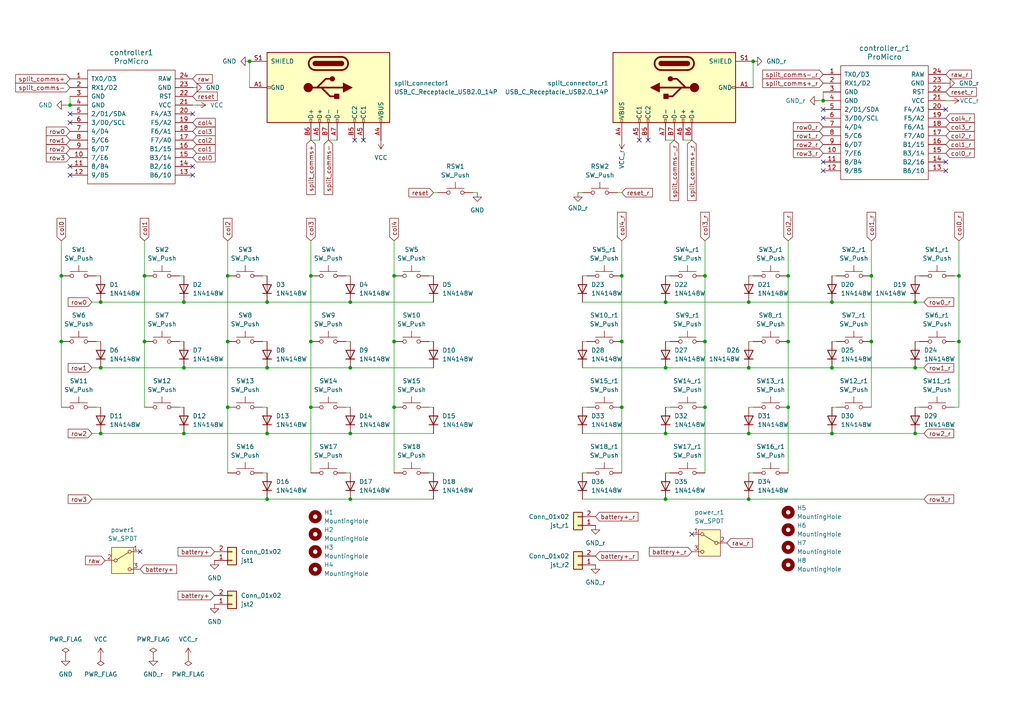
<source format=kicad_sch>
(kicad_sch (version 20250114) (generator "eeschema") (generator_version "9.0")
  (paper "A4")
  (junction (at 20.32 30.48))
  (junction (at 217.17 144.78))
  (junction (at 217.17 87.63))
  (junction (at 193.04 125.73))
  (junction (at 252.73 80.01))
  (junction (at 180.34 80.01))
  (junction (at 193.04 144.78))
  (junction (at 278.13 99.06))
  (junction (at 265.43 125.73))
  (junction (at 77.47 106.68))
  (junction (at 241.3 87.63))
  (junction (at 53.34 125.73))
  (junction (at 204.47 118.11))
  (junction (at 114.3 80.01))
  (junction (at 90.17 118.11))
  (junction (at 101.6 144.78))
  (junction (at 29.21 106.68))
  (junction (at 218.44 17.78))
  (junction (at 77.47 87.63))
  (junction (at 278.13 80.01))
  (junction (at 41.91 99.06))
  (junction (at 72.39 17.78))
  (junction (at 66.04 118.11))
  (junction (at 193.04 87.63))
  (junction (at 241.3 106.68))
  (junction (at 180.34 99.06))
  (junction (at 204.47 80.01))
  (junction (at 228.6 99.06))
  (junction (at 193.04 106.68))
  (junction (at 17.78 99.06))
  (junction (at 41.91 80.01))
  (junction (at 29.21 125.73))
  (junction (at 180.34 118.11))
  (junction (at 66.04 99.06))
  (junction (at 217.17 106.68))
  (junction (at 101.6 106.68))
  (junction (at 77.47 144.78))
  (junction (at 77.47 125.73))
  (junction (at 252.73 99.06))
  (junction (at 241.3 125.73))
  (junction (at 101.6 87.63))
  (junction (at 228.6 80.01))
  (junction (at 17.78 80.01))
  (junction (at 114.3 118.11))
  (junction (at 228.6 118.11))
  (junction (at 90.17 99.06))
  (junction (at 90.17 80.01))
  (junction (at 101.6 125.73))
  (junction (at 53.34 87.63))
  (junction (at 204.47 99.06))
  (junction (at 217.17 125.73))
  (junction (at 66.04 80.01))
  (junction (at 265.43 87.63))
  (junction (at 53.34 106.68))
  (junction (at 114.3 99.06))
  (junction (at 29.21 87.63))
  (junction (at 238.76 29.21))
  (junction (at 265.43 106.68))
  (no_connect (at 20.32 33.02))
  (no_connect (at 105.41 40.64))
  (no_connect (at 238.76 31.75))
  (no_connect (at 274.32 31.75))
  (no_connect (at 238.76 49.53))
  (no_connect (at 274.32 49.53))
  (no_connect (at 55.88 33.02))
  (no_connect (at 20.32 50.8))
  (no_connect (at 55.88 48.26))
  (no_connect (at 238.76 34.29))
  (no_connect (at 40.64 160.02))
  (no_connect (at 200.66 154.94))
  (no_connect (at 274.32 46.99))
  (no_connect (at 102.87 40.64))
  (no_connect (at 20.32 35.56))
  (no_connect (at 238.76 46.99))
  (no_connect (at 55.88 50.8))
  (no_connect (at 20.32 48.26))
  (no_connect (at 185.42 40.64))
  (no_connect (at 187.96 40.64))
  (wire (pts (xy 125.73 118.11) (xy 124.46 118.11)))
  (wire (pts (xy 66.04 80.01) (xy 66.04 99.06)))
  (wire (pts (xy 41.91 80.01) (xy 41.91 99.06)))
  (wire (pts (xy 125.73 137.16) (xy 124.46 137.16)))
  (wire (pts (xy 77.47 106.68) (xy 101.6 106.68)))
  (wire (pts (xy 217.17 106.68) (xy 193.04 106.68)))
  (wire (pts (xy 193.04 144.78) (xy 168.91 144.78)))
  (wire (pts (xy 180.34 99.06) (xy 180.34 118.11)))
  (wire (pts (xy 265.43 118.11) (xy 266.7 118.11)))
  (wire (pts (xy 125.73 99.06) (xy 124.46 99.06)))
  (wire (pts (xy 180.34 55.88) (xy 179.07 55.88)))
  (wire (pts (xy 101.6 87.63) (xy 125.73 87.63)))
  (wire (pts (xy 90.17 80.01) (xy 90.17 99.06)))
  (wire (pts (xy 53.34 87.63) (xy 77.47 87.63)))
  (wire (pts (xy 265.43 87.63) (xy 241.3 87.63)))
  (wire (pts (xy 168.91 118.11) (xy 170.18 118.11)))
  (wire (pts (xy 77.47 99.06) (xy 76.2 99.06)))
  (wire (pts (xy 278.13 99.06) (xy 276.86 99.06)))
  (wire (pts (xy 252.73 69.85) (xy 252.73 80.01)))
  (wire (pts (xy 275.59 29.21) (xy 274.32 29.21)))
  (wire (pts (xy 193.04 99.06) (xy 194.31 99.06)))
  (wire (pts (xy 101.6 118.11) (xy 100.33 118.11)))
  (wire (pts (xy 29.21 118.11) (xy 27.94 118.11)))
  (wire (pts (xy 167.64 55.88) (xy 168.91 55.88)))
  (wire (pts (xy 180.34 118.11) (xy 180.34 137.16)))
  (wire (pts (xy 267.97 144.78) (xy 217.17 144.78)))
  (wire (pts (xy 57.15 30.48) (xy 55.88 30.48)))
  (wire (pts (xy 278.13 80.01) (xy 278.13 99.06)))
  (wire (pts (xy 29.21 106.68) (xy 53.34 106.68)))
  (wire (pts (xy 278.13 69.85) (xy 278.13 80.01)))
  (wire (pts (xy 168.91 80.01) (xy 170.18 80.01)))
  (wire (pts (xy 217.17 99.06) (xy 218.44 99.06)))
  (wire (pts (xy 29.21 125.73) (xy 53.34 125.73)))
  (wire (pts (xy 204.47 69.85) (xy 204.47 80.01)))
  (wire (pts (xy 90.17 99.06) (xy 90.17 118.11)))
  (wire (pts (xy 53.34 80.01) (xy 52.07 80.01)))
  (wire (pts (xy 278.13 80.01) (xy 276.86 80.01)))
  (wire (pts (xy 125.73 55.88) (xy 127 55.88)))
  (wire (pts (xy 278.13 99.06) (xy 278.13 118.11)))
  (wire (pts (xy 26.67 144.78) (xy 77.47 144.78)))
  (wire (pts (xy 195.58 40.64) (xy 193.04 40.64)))
  (wire (pts (xy 267.97 87.63) (xy 265.43 87.63)))
  (wire (pts (xy 77.47 137.16) (xy 76.2 137.16)))
  (wire (pts (xy 29.21 87.63) (xy 53.34 87.63)))
  (wire (pts (xy 19.05 30.48) (xy 20.32 30.48)))
  (wire (pts (xy 41.91 69.85) (xy 41.91 80.01)))
  (wire (pts (xy 193.04 137.16) (xy 194.31 137.16)))
  (wire (pts (xy 101.6 137.16) (xy 100.33 137.16)))
  (wire (pts (xy 217.17 125.73) (xy 193.04 125.73)))
  (wire (pts (xy 29.21 99.06) (xy 27.94 99.06)))
  (wire (pts (xy 278.13 118.11) (xy 276.86 118.11)))
  (wire (pts (xy 265.43 106.68) (xy 241.3 106.68)))
  (wire (pts (xy 53.34 125.73) (xy 77.47 125.73)))
  (wire (pts (xy 66.04 99.06) (xy 66.04 118.11)))
  (wire (pts (xy 168.91 99.06) (xy 170.18 99.06)))
  (wire (pts (xy 101.6 144.78) (xy 125.73 144.78)))
  (wire (pts (xy 193.04 87.63) (xy 168.91 87.63)))
  (wire (pts (xy 66.04 69.85) (xy 66.04 80.01)))
  (wire (pts (xy 204.47 80.01) (xy 204.47 99.06)))
  (wire (pts (xy 53.34 118.11) (xy 52.07 118.11)))
  (wire (pts (xy 77.47 144.78) (xy 101.6 144.78)))
  (wire (pts (xy 41.91 99.06) (xy 41.91 118.11)))
  (wire (pts (xy 53.34 99.06) (xy 52.07 99.06)))
  (wire (pts (xy 114.3 80.01) (xy 114.3 99.06)))
  (wire (pts (xy 241.3 118.11) (xy 242.57 118.11)))
  (wire (pts (xy 90.17 118.11) (xy 90.17 137.16)))
  (wire (pts (xy 241.3 125.73) (xy 217.17 125.73)))
  (wire (pts (xy 252.73 99.06) (xy 252.73 118.11)))
  (wire (pts (xy 95.25 40.64) (xy 97.79 40.64)))
  (wire (pts (xy 77.47 125.73) (xy 101.6 125.73)))
  (wire (pts (xy 217.17 137.16) (xy 218.44 137.16)))
  (wire (pts (xy 77.47 87.63) (xy 101.6 87.63)))
  (wire (pts (xy 66.04 118.11) (xy 66.04 137.16)))
  (wire (pts (xy 26.67 125.73) (xy 29.21 125.73)))
  (wire (pts (xy 267.97 106.68) (xy 265.43 106.68)))
  (wire (pts (xy 228.6 99.06) (xy 228.6 118.11)))
  (wire (pts (xy 218.44 17.78) (xy 218.44 25.4)))
  (wire (pts (xy 241.3 106.68) (xy 217.17 106.68)))
  (wire (pts (xy 238.76 26.67) (xy 238.76 29.21)))
  (wire (pts (xy 217.17 144.78) (xy 193.04 144.78)))
  (wire (pts (xy 252.73 80.01) (xy 252.73 99.06)))
  (wire (pts (xy 228.6 69.85) (xy 228.6 80.01)))
  (wire (pts (xy 17.78 99.06) (xy 17.78 118.11)))
  (wire (pts (xy 168.91 137.16) (xy 170.18 137.16)))
  (wire (pts (xy 265.43 125.73) (xy 241.3 125.73)))
  (wire (pts (xy 193.04 118.11) (xy 194.31 118.11)))
  (wire (pts (xy 193.04 80.01) (xy 194.31 80.01)))
  (wire (pts (xy 20.32 27.94) (xy 20.32 30.48)))
  (wire (pts (xy 125.73 80.01) (xy 124.46 80.01)))
  (wire (pts (xy 101.6 99.06) (xy 100.33 99.06)))
  (wire (pts (xy 26.67 106.68) (xy 29.21 106.68)))
  (wire (pts (xy 114.3 69.85) (xy 114.3 80.01)))
  (wire (pts (xy 193.04 125.73) (xy 168.91 125.73)))
  (wire (pts (xy 101.6 125.73) (xy 125.73 125.73)))
  (wire (pts (xy 17.78 69.85) (xy 17.78 80.01)))
  (wire (pts (xy 267.97 125.73) (xy 265.43 125.73)))
  (wire (pts (xy 17.78 80.01) (xy 17.78 99.06)))
  (wire (pts (xy 29.21 80.01) (xy 27.94 80.01)))
  (wire (pts (xy 180.34 69.85) (xy 180.34 80.01)))
  (wire (pts (xy 180.34 80.01) (xy 180.34 99.06)))
  (wire (pts (xy 241.3 87.63) (xy 217.17 87.63)))
  (wire (pts (xy 77.47 80.01) (xy 76.2 80.01)))
  (wire (pts (xy 204.47 118.11) (xy 204.47 137.16)))
  (wire (pts (xy 90.17 40.64) (xy 92.71 40.64)))
  (wire (pts (xy 53.34 106.68) (xy 77.47 106.68)))
  (wire (pts (xy 26.67 87.63) (xy 29.21 87.63)))
  (wire (pts (xy 72.39 17.78) (xy 72.39 25.4)))
  (wire (pts (xy 101.6 80.01) (xy 100.33 80.01)))
  (wire (pts (xy 217.17 80.01) (xy 218.44 80.01)))
  (wire (pts (xy 77.47 118.11) (xy 76.2 118.11)))
  (wire (pts (xy 200.66 40.64) (xy 198.12 40.64)))
  (wire (pts (xy 228.6 80.01) (xy 228.6 99.06)))
  (wire (pts (xy 217.17 118.11) (xy 218.44 118.11)))
  (wire (pts (xy 265.43 99.06) (xy 266.7 99.06)))
  (wire (pts (xy 265.43 80.01) (xy 266.7 80.01)))
  (wire (pts (xy 204.47 99.06) (xy 204.47 118.11)))
  (wire (pts (xy 101.6 106.68) (xy 125.73 106.68)))
  (wire (pts (xy 114.3 99.06) (xy 114.3 118.11)))
  (wire (pts (xy 193.04 106.68) (xy 168.91 106.68)))
  (wire (pts (xy 114.3 118.11) (xy 114.3 137.16)))
  (wire (pts (xy 228.6 118.11) (xy 228.6 137.16)))
  (wire (pts (xy 237.49 29.21) (xy 238.76 29.21)))
  (wire (pts (xy 241.3 80.01) (xy 242.57 80.01)))
  (wire (pts (xy 217.17 87.63) (xy 193.04 87.63)))
  (wire (pts (xy 138.43 55.88) (xy 137.16 55.88)))
  (wire (pts (xy 90.17 69.85) (xy 90.17 80.01)))
  (wire (pts (xy 241.3 99.06) (xy 242.57 99.06)))
  (global_label "row0_r" (shape input) (at 238.76 36.83 180) (property "Intersheetrefs" "${INTERSHEET_REFS}" (effects (hide yes))))
  (global_label "reset_r" (shape input) (at 180.34 55.88 0) (property "Intersheetrefs" "${INTERSHEET_REFS}" (effects (hide yes))))
  (global_label "col2" (shape input) (at 55.88 40.64 0) (property "Intersheetrefs" "${INTERSHEET_REFS}" (effects (hide yes))))
  (global_label "col0" (shape input) (at 55.88 45.72 0) (property "Intersheetrefs" "${INTERSHEET_REFS}" (effects (hide yes))))
  (global_label "col1" (shape input) (at 41.91 69.85 90) (property "Intersheetrefs" "${INTERSHEET_REFS}" (effects (hide yes))))
  (global_label "split_comms-" (shape input) (at 95.25 40.64 270) (property "Intersheetrefs" "${INTERSHEET_REFS}" (effects (hide yes))))
  (global_label "col3" (shape input) (at 55.88 38.1 0) (property "Intersheetrefs" "${INTERSHEET_REFS}" (effects (hide yes))))
  (global_label "col0_r" (shape input) (at 278.13 69.85 90) (property "Intersheetrefs" "${INTERSHEET_REFS}" (effects (hide yes))))
  (global_label "battery+_r" (shape input) (at 172.72 149.86 0) (property "Intersheetrefs" "${INTERSHEET_REFS}" (effects (hide yes))))
  (global_label "row3_r" (shape input) (at 238.76 44.45 180) (property "Intersheetrefs" "${INTERSHEET_REFS}" (effects (hide yes))))
  (global_label "raw" (shape input) (at 30.48 162.56 180) (property "Intersheetrefs" "${INTERSHEET_REFS}" (effects (hide yes))))
  (global_label "split_comms+" (shape input) (at 20.32 22.86 180) (property "Intersheetrefs" "${INTERSHEET_REFS}" (effects (hide yes))))
  (global_label "row1_r" (shape input) (at 238.76 39.37 180) (property "Intersheetrefs" "${INTERSHEET_REFS}" (effects (hide yes))))
  (global_label "col0" (shape input) (at 17.78 69.85 90) (property "Intersheetrefs" "${INTERSHEET_REFS}" (effects (hide yes))))
  (global_label "col2_r" (shape input) (at 274.32 39.37 0) (property "Intersheetrefs" "${INTERSHEET_REFS}" (effects (hide yes))))
  (global_label "col2_r" (shape input) (at 228.6 69.85 90) (property "Intersheetrefs" "${INTERSHEET_REFS}" (effects (hide yes))))
  (global_label "battery+_r" (shape input) (at 172.72 161.29 0) (property "Intersheetrefs" "${INTERSHEET_REFS}" (effects (hide yes))))
  (global_label "col3_r" (shape input) (at 204.47 69.85 90) (property "Intersheetrefs" "${INTERSHEET_REFS}" (effects (hide yes))))
  (global_label "split_comms+_r" (shape input) (at 238.76 24.13 180) (property "Intersheetrefs" "${INTERSHEET_REFS}" (effects (hide yes))))
  (global_label "row0" (shape input) (at 20.32 38.1 180) (property "Intersheetrefs" "${INTERSHEET_REFS}" (effects (hide yes))))
  (global_label "col4" (shape input) (at 114.3 69.85 90) (property "Intersheetrefs" "${INTERSHEET_REFS}" (effects (hide yes))))
  (global_label "row2" (shape input) (at 26.67 125.73 180) (property "Intersheetrefs" "${INTERSHEET_REFS}" (effects (hide yes))))
  (global_label "row3_r" (shape input) (at 267.97 144.78 0) (property "Intersheetrefs" "${INTERSHEET_REFS}" (effects (hide yes))))
  (global_label "reset" (shape input) (at 55.88 27.94 0) (property "Intersheetrefs" "${INTERSHEET_REFS}" (effects (hide yes))))
  (global_label "reset_r" (shape input) (at 274.32 26.67 0) (property "Intersheetrefs" "${INTERSHEET_REFS}" (effects (hide yes))))
  (global_label "row0" (shape input) (at 26.67 87.63 180) (property "Intersheetrefs" "${INTERSHEET_REFS}" (effects (hide yes))))
  (global_label "col1" (shape input) (at 55.88 43.18 0) (property "Intersheetrefs" "${INTERSHEET_REFS}" (effects (hide yes))))
  (global_label "battery+_r" (shape input) (at 200.66 160.02 180) (property "Intersheetrefs" "${INTERSHEET_REFS}" (effects (hide yes))))
  (global_label "row2_r" (shape input) (at 267.97 125.73 0) (property "Intersheetrefs" "${INTERSHEET_REFS}" (effects (hide yes))))
  (global_label "raw_r" (shape input) (at 210.82 157.48 0) (property "Intersheetrefs" "${INTERSHEET_REFS}" (effects (hide yes))))
  (global_label "col0_r" (shape input) (at 274.32 44.45 0) (property "Intersheetrefs" "${INTERSHEET_REFS}" (effects (hide yes))))
  (global_label "split_comms+" (shape input) (at 90.17 40.64 270) (property "Intersheetrefs" "${INTERSHEET_REFS}" (effects (hide yes))))
  (global_label "row2_r" (shape input) (at 238.76 41.91 180) (property "Intersheetrefs" "${INTERSHEET_REFS}" (effects (hide yes))))
  (global_label "split_comms-" (shape input) (at 20.32 25.4 180) (property "Intersheetrefs" "${INTERSHEET_REFS}" (effects (hide yes))))
  (global_label "col2" (shape input) (at 66.04 69.85 90) (property "Intersheetrefs" "${INTERSHEET_REFS}" (effects (hide yes))))
  (global_label "row3" (shape input) (at 20.32 45.72 180) (property "Intersheetrefs" "${INTERSHEET_REFS}" (effects (hide yes))))
  (global_label "col4_r" (shape input) (at 180.34 69.85 90) (property "Intersheetrefs" "${INTERSHEET_REFS}" (effects (hide yes))))
  (global_label "col3" (shape input) (at 90.17 69.85 90) (property "Intersheetrefs" "${INTERSHEET_REFS}" (effects (hide yes))))
  (global_label "col1_r" (shape input) (at 274.32 41.91 0) (property "Intersheetrefs" "${INTERSHEET_REFS}" (effects (hide yes))))
  (global_label "split_comms-_r" (shape input) (at 195.58 40.64 270) (property "Intersheetrefs" "${INTERSHEET_REFS}" (effects (hide yes))))
  (global_label "battery+" (shape input) (at 62.23 172.72 180) (property "Intersheetrefs" "${INTERSHEET_REFS}" (effects (hide yes))))
  (global_label "split_comms-_r" (shape input) (at 238.76 21.59 180) (property "Intersheetrefs" "${INTERSHEET_REFS}" (effects (hide yes))))
  (global_label "row1_r" (shape input) (at 267.97 106.68 0) (property "Intersheetrefs" "${INTERSHEET_REFS}" (effects (hide yes))))
  (global_label "row2" (shape input) (at 20.32 43.18 180) (property "Intersheetrefs" "${INTERSHEET_REFS}" (effects (hide yes))))
  (global_label "reset" (shape input) (at 125.73 55.88 180) (property "Intersheetrefs" "${INTERSHEET_REFS}" (effects (hide yes))))
  (global_label "raw" (shape input) (at 55.88 22.86 0) (property "Intersheetrefs" "${INTERSHEET_REFS}" (effects (hide yes))))
  (global_label "col4_r" (shape input) (at 274.32 34.29 0) (property "Intersheetrefs" "${INTERSHEET_REFS}" (effects (hide yes))))
  (global_label "battery+" (shape input) (at 40.64 165.1 0) (property "Intersheetrefs" "${INTERSHEET_REFS}" (effects (hide yes))))
  (global_label "split_comms+_r" (shape input) (at 200.66 40.64 270) (property "Intersheetrefs" "${INTERSHEET_REFS}" (effects (hide yes))))
  (global_label "col4" (shape input) (at 55.88 35.56 0) (property "Intersheetrefs" "${INTERSHEET_REFS}" (effects (hide yes))))
  (global_label "raw_r" (shape input) (at 274.32 21.59 0) (property "Intersheetrefs" "${INTERSHEET_REFS}" (effects (hide yes))))
  (global_label "battery+" (shape input) (at 62.23 160.02 180) (property "Intersheetrefs" "${INTERSHEET_REFS}" (effects (hide yes))))
  (global_label "row1" (shape input) (at 26.67 106.68 180) (property "Intersheetrefs" "${INTERSHEET_REFS}" (effects (hide yes))))
  (global_label "col1_r" (shape input) (at 252.73 69.85 90) (property "Intersheetrefs" "${INTERSHEET_REFS}" (effects (hide yes))))
  (global_label "row3" (shape input) (at 26.67 144.78 180) (property "Intersheetrefs" "${INTERSHEET_REFS}" (effects (hide yes))))
  (global_label "row0_r" (shape input) (at 267.97 87.63 0) (property "Intersheetrefs" "${INTERSHEET_REFS}" (effects (hide yes))))
  (global_label "row1" (shape input) (at 20.32 40.64 180) (property "Intersheetrefs" "${INTERSHEET_REFS}" (effects (hide yes))))
  (global_label "col3_r" (shape input) (at 274.32 36.83 0) (property "Intersheetrefs" "${INTERSHEET_REFS}" (effects (hide yes))))
  (symbol (lib_id "Switch:SW_Push") (at 95.25 99.06 0) (unit 1)
    (property "Reference" "SW9" (at 95.25 91.44 0))
    (property "Value" "SW_Push" (at 95.25 93.98 0))
    (property "Footprint" "Gateron_KS33_Hotswap:Gateron-KS33-Hotswap-1U" (effects (hide yes)))
    (property "Description" "Push button switch, generic, two pins" (effects (hide yes)))
  )
  (symbol (lib_id "Switch:SW_Push") (at 22.86 99.06 0) (unit 1)
    (property "Reference" "SW6" (at 22.86 91.44 0))
    (property "Value" "SW_Push" (at 22.86 93.98 0))
    (property "Footprint" "Gateron_KS33_Hotswap:Gateron-KS33-Hotswap-1U" (effects (hide yes)))
    (property "Description" "Push button switch, generic, two pins" (effects (hide yes)))
  )
  (symbol (lib_id "Switch:SW_Push") (at 271.78 118.11 0) (mirror y) (unit 1)
    (property "Reference" "SW11_r1" (at 271.78 110.49 0))
    (property "Value" "SW_Push" (at 271.78 113.03 0))
    (property "Footprint" "Gateron_KS33_Hotswap:Gateron-KS33-Hotswap-1U" (effects (hide yes)))
    (property "Description" "Push button switch, generic, two pins" (effects (hide yes)))
  )
  (symbol (lib_id "power:GND") (at 44.45 190.5 0) (unit 1)
    (property "Reference" "#PWR03" (effects (hide yes)))
    (property "Value" "GND_r" (at 44.45 195.58 0))
    (property "Description" "Power symbol creates a global label with name \"GND\" , ground" (effects (hide yes)))
  )
  (symbol (lib_id "Switch:SW_Push") (at 46.99 99.06 0) (unit 1)
    (property "Reference" "SW7" (at 46.99 91.44 0))
    (property "Value" "SW_Push" (at 46.99 93.98 0))
    (property "Footprint" "Gateron_KS33_Hotswap:Gateron-KS33-Hotswap-1U" (effects (hide yes)))
    (property "Description" "Push button switch, generic, two pins" (effects (hide yes)))
  )
  (symbol (lib_id "Connector_Generic:Conn_01x02") (at 167.64 152.4 180) (unit 1)
    (property "Reference" "jst_r1" (at 165.1 152.4001 0) (effects (justify left)))
    (property "Value" "Conn_01x02" (at 165.1 149.8601 0) (effects (justify left)))
    (property "Footprint" "project:2-pin-jst" (effects (hide yes)))
    (property "Description" "Generic connector, single row, 01x02, script generated (kicad-library-utils/schlib/autogen/connector/)" (effects (hide yes)))
  )
  (symbol (lib_id "Diode:1N4148W") (at 77.47 140.97 90) (unit 1)
    (property "Reference" "D16" (at 80.01 139.6999 90) (effects (justify right)))
    (property "Value" "1N4148W" (at 80.01 142.2399 90) (effects (justify right)))
    (property "Footprint" "Diode_SMD:D_SOD-123" (effects (hide yes)))
    (property "Datasheet" "https://www.vishay.com/docs/85748/1n4148w.pdf" (effects (hide yes)))
    (property "Description" "75V 0.15A Fast Switching Diode, SOD-123" (effects (hide yes)))
    (property "Sim.Device" "D" (effects (hide yes)))
    (property "Sim.Pins" "1=K 2=A" (effects (hide yes)))
  )
  (symbol (lib_id "power:GND") (at 62.23 162.56 0) (unit 1)
    (property "Reference" "#PWR015" (effects (hide yes)))
    (property "Value" "GND" (at 62.23 167.64 0))
    (property "Description" "Power symbol creates a global label with name \"GND\" , ground" (effects (hide yes)))
  )
  (symbol (lib_id "power:PWR_FLAG") (at 29.21 190.5 180) (unit 1)
    (property "Reference" "#FLG02" (effects (hide yes)))
    (property "Value" "PWR_FLAG" (at 29.21 195.58 0))
    (property "Description" "Special symbol for telling ERC where power comes from" (effects (hide yes)))
  )
  (symbol (lib_id "power:GND") (at 72.39 17.78 270) (mirror x) (unit 1)
    (property "Reference" "#PWR05" (effects (hide yes)))
    (property "Value" "GND" (at 68.58 17.7801 90) (effects (justify right)))
    (property "Description" "Power symbol creates a global label with name \"GND\" , ground" (effects (hide yes)))
  )
  (symbol (lib_id "Diode:1N4148W") (at 265.43 121.92 270) (mirror x) (unit 1)
    (property "Reference" "D29" (at 267.97 120.6499 90) (effects (justify left)))
    (property "Value" "1N4148W" (at 267.97 123.1899 90) (effects (justify left)))
    (property "Footprint" "Diode_SMD:D_SOD-123" (effects (hide yes)))
    (property "Datasheet" "https://www.vishay.com/docs/85748/1n4148w.pdf" (effects (hide yes)))
    (property "Description" "75V 0.15A Fast Switching Diode, SOD-123" (effects (hide yes)))
    (property "Sim.Device" "D" (effects (hide yes)))
    (property "Sim.Pins" "1=K 2=A" (effects (hide yes)))
  )
  (symbol (lib_id "Diode:1N4148W") (at 168.91 102.87 270) (mirror x) (unit 1)
    (property "Reference" "D28" (at 171.45 101.5999 90) (effects (justify left)))
    (property "Value" "1N4148W" (at 171.45 104.1399 90) (effects (justify left)))
    (property "Footprint" "Diode_SMD:D_SOD-123" (effects (hide yes)))
    (property "Datasheet" "https://www.vishay.com/docs/85748/1n4148w.pdf" (effects (hide yes)))
    (property "Description" "75V 0.15A Fast Switching Diode, SOD-123" (effects (hide yes)))
    (property "Sim.Device" "D" (effects (hide yes)))
    (property "Sim.Pins" "1=K 2=A" (effects (hide yes)))
  )
  (symbol (lib_id "power:GND") (at 19.05 30.48 270) (unit 1)
    (property "Reference" "#PWR012" (effects (hide yes)))
    (property "Value" "GND" (at 15.24 30.4799 90) (effects (justify right)))
    (property "Description" "Power symbol creates a global label with name \"GND\" , ground" (effects (hide yes)))
  )
  (symbol (lib_id "Switch:SW_Push") (at 199.39 137.16 0) (mirror y) (unit 1)
    (property "Reference" "SW17_r1" (at 199.39 129.54 0))
    (property "Value" "SW_Push" (at 199.39 132.08 0))
    (property "Footprint" "Gateron_KS33_Hotswap:Gateron-KS33-Hotswap-1U" (effects (hide yes)))
    (property "Description" "Push button switch, generic, two pins" (effects (hide yes)))
  )
  (symbol (lib_id "Diode:1N4148W") (at 125.73 102.87 90) (unit 1)
    (property "Reference" "D10" (at 128.27 101.5999 90) (effects (justify right)))
    (property "Value" "1N4148W" (at 128.27 104.1399 90) (effects (justify right)))
    (property "Footprint" "Diode_SMD:D_SOD-123" (effects (hide yes)))
    (property "Datasheet" "https://www.vishay.com/docs/85748/1n4148w.pdf" (effects (hide yes)))
    (property "Description" "75V 0.15A Fast Switching Diode, SOD-123" (effects (hide yes)))
    (property "Sim.Device" "D" (effects (hide yes)))
    (property "Sim.Pins" "1=K 2=A" (effects (hide yes)))
  )
  (symbol (lib_id "Connector:USB_C_Receptacle_USB2.0_14P") (at 95.25 25.4 270) (unit 1)
    (property "Reference" "split_connector1" (at 114.3 24.1299 90) (effects (justify left)))
    (property "Value" "USB_C_Receptacle_USB2.0_14P" (at 114.3 26.6699 90) (effects (justify left)))
    (property "Footprint" "Connector_USB:USB_C_Receptacle_GCT_USB4105-xx-A_16P_TopMnt_Horizontal" (effects (hide yes)))
    (property "Datasheet" "https://www.usb.org/sites/default/files/documents/usb_type-c.zip" (effects (hide yes)))
    (property "Description" "USB 2.0-only 14P Type-C Receptacle connector" (effects (hide yes)))
  )
  (symbol (lib_id "Diode:1N4148W") (at 125.73 83.82 90) (unit 1)
    (property "Reference" "D5" (at 128.27 82.5499 90) (effects (justify right)))
    (property "Value" "1N4148W" (at 128.27 85.0899 90) (effects (justify right)))
    (property "Footprint" "Diode_SMD:D_SOD-123" (effects (hide yes)))
    (property "Datasheet" "https://www.vishay.com/docs/85748/1n4148w.pdf" (effects (hide yes)))
    (property "Description" "75V 0.15A Fast Switching Diode, SOD-123" (effects (hide yes)))
    (property "Sim.Device" "D" (effects (hide yes)))
    (property "Sim.Pins" "1=K 2=A" (effects (hide yes)))
  )
  (symbol (lib_id "Diode:1N4148W") (at 217.17 102.87 270) (mirror x) (unit 1)
    (property "Reference" "D26" (at 214.63 101.5999 90) (effects (justify right)))
    (property "Value" "1N4148W" (at 214.63 104.1399 90) (effects (justify right)))
    (property "Footprint" "Diode_SMD:D_SOD-123" (effects (hide yes)))
    (property "Datasheet" "https://www.vishay.com/docs/85748/1n4148w.pdf" (effects (hide yes)))
    (property "Description" "75V 0.15A Fast Switching Diode, SOD-123" (effects (hide yes)))
    (property "Sim.Device" "D" (effects (hide yes)))
    (property "Sim.Pins" "1=K 2=A" (effects (hide yes)))
  )
  (symbol (lib_id "Mechanical:MountingHole") (at 91.44 154.94 0) (unit 1) (in_bom no)
    (property "Reference" "H2" (at 93.98 153.6699 0) (effects (justify left)))
    (property "Value" "MountingHole" (at 93.98 156.2099 0) (effects (justify left)))
    (property "Footprint" "MountingHole:MountingHole_3.2mm_M3" (effects (hide yes)))
    (property "Description" "Mounting Hole without connection" (effects (hide yes)))
  )
  (symbol (lib_id "power:GND") (at 274.32 24.13 90) (mirror x) (unit 1)
    (property "Reference" "#PWR020" (effects (hide yes)))
    (property "Value" "GND_r" (at 278.13 24.1299 90) (effects (justify right)))
    (property "Description" "Power symbol creates a global label with name \"GND\" , ground" (effects (hide yes)))
  )
  (symbol (lib_id "Mechanical:MountingHole") (at 228.6 158.75 0) (unit 1) (in_bom no)
    (property "Reference" "H7" (at 231.14 157.4799 0) (effects (justify left)))
    (property "Value" "MountingHole" (at 231.14 160.0199 0) (effects (justify left)))
    (property "Footprint" "MountingHole:MountingHole_3.2mm_M3" (effects (hide yes)))
    (property "Description" "Mounting Hole without connection" (effects (hide yes)))
  )
  (symbol (lib_id "Switch:SW_Push") (at 247.65 80.01 0) (mirror y) (unit 1)
    (property "Reference" "SW2_r1" (at 247.65 72.39 0))
    (property "Value" "SW_Push" (at 247.65 74.93 0))
    (property "Footprint" "Gateron_KS33_Hotswap:Gateron-KS33-Hotswap-1U" (effects (hide yes)))
    (property "Description" "Push button switch, generic, two pins" (effects (hide yes)))
  )
  (symbol (lib_id "Diode:1N4148W") (at 29.21 121.92 90) (unit 1)
    (property "Reference" "D11" (at 31.75 120.6499 90) (effects (justify right)))
    (property "Value" "1N4148W" (at 31.75 123.1899 90) (effects (justify right)))
    (property "Footprint" "Diode_SMD:D_SOD-123" (effects (hide yes)))
    (property "Datasheet" "https://www.vishay.com/docs/85748/1n4148w.pdf" (effects (hide yes)))
    (property "Description" "75V 0.15A Fast Switching Diode, SOD-123" (effects (hide yes)))
    (property "Sim.Device" "D" (effects (hide yes)))
    (property "Sim.Pins" "1=K 2=A" (effects (hide yes)))
  )
  (symbol (lib_id "power:VCC") (at 57.15 30.48 270) (unit 1)
    (property "Reference" "#PWR011" (effects (hide yes)))
    (property "Value" "VCC" (at 60.96 30.4799 90) (effects (justify left)))
    (property "Description" "Power symbol creates a global label with name \"VCC\"" (effects (hide yes)))
  )
  (symbol (lib_id "Switch:SW_Push") (at 119.38 137.16 0) (unit 1)
    (property "Reference" "SW18" (at 119.38 129.54 0))
    (property "Value" "SW_Push" (at 119.38 132.08 0))
    (property "Footprint" "Gateron_KS33_Hotswap:Gateron-KS33-Hotswap-1U" (effects (hide yes)))
    (property "Description" "Push button switch, generic, two pins" (effects (hide yes)))
  )
  (symbol (lib_id "Switch:SW_Push") (at 22.86 118.11 0) (unit 1)
    (property "Reference" "SW11" (at 22.86 110.49 0))
    (property "Value" "SW_Push" (at 22.86 113.03 0))
    (property "Footprint" "Gateron_KS33_Hotswap:Gateron-KS33-Hotswap-1U" (effects (hide yes)))
    (property "Description" "Push button switch, generic, two pins" (effects (hide yes)))
  )
  (symbol (lib_id "power:GND") (at 138.43 55.88 0) (unit 1)
    (property "Reference" "#PWR07" (effects (hide yes)))
    (property "Value" "GND" (at 138.43 60.96 0))
    (property "Description" "Power symbol creates a global label with name \"GND\" , ground" (effects (hide yes)))
  )
  (symbol (lib_id "Diode:1N4148W") (at 193.04 83.82 270) (mirror x) (unit 1)
    (property "Reference" "D22" (at 195.58 82.5499 90) (effects (justify left)))
    (property "Value" "1N4148W" (at 195.58 85.0899 90) (effects (justify left)))
    (property "Footprint" "Diode_SMD:D_SOD-123" (effects (hide yes)))
    (property "Datasheet" "https://www.vishay.com/docs/85748/1n4148w.pdf" (effects (hide yes)))
    (property "Description" "75V 0.15A Fast Switching Diode, SOD-123" (effects (hide yes)))
    (property "Sim.Device" "D" (effects (hide yes)))
    (property "Sim.Pins" "1=K 2=A" (effects (hide yes)))
  )
  (symbol (lib_id "Switch:SW_Push") (at 132.08 55.88 0) (unit 1)
    (property "Reference" "RSW1" (at 132.08 48.26 0))
    (property "Value" "SW_Push" (at 132.08 50.8 0))
    (property "Footprint" "kbd:ResetSW" (effects (hide yes)))
    (property "Description" "Push button switch, generic, two pins" (effects (hide yes)))
  )
  (symbol (lib_id "Diode:1N4148W") (at 29.21 102.87 90) (unit 1)
    (property "Reference" "D6" (at 31.75 101.5999 90) (effects (justify right)))
    (property "Value" "1N4148W" (at 31.75 104.1399 90) (effects (justify right)))
    (property "Footprint" "Diode_SMD:D_SOD-123" (effects (hide yes)))
    (property "Datasheet" "https://www.vishay.com/docs/85748/1n4148w.pdf" (effects (hide yes)))
    (property "Description" "75V 0.15A Fast Switching Diode, SOD-123" (effects (hide yes)))
    (property "Sim.Device" "D" (effects (hide yes)))
    (property "Sim.Pins" "1=K 2=A" (effects (hide yes)))
  )
  (symbol (lib_id "Diode:1N4148W") (at 53.34 102.87 90) (unit 1)
    (property "Reference" "D7" (at 55.88 101.5999 90) (effects (justify right)))
    (property "Value" "1N4148W" (at 55.88 104.1399 90) (effects (justify right)))
    (property "Footprint" "Diode_SMD:D_SOD-123" (effects (hide yes)))
    (property "Datasheet" "https://www.vishay.com/docs/85748/1n4148w.pdf" (effects (hide yes)))
    (property "Description" "75V 0.15A Fast Switching Diode, SOD-123" (effects (hide yes)))
    (property "Sim.Device" "D" (effects (hide yes)))
    (property "Sim.Pins" "1=K 2=A" (effects (hide yes)))
  )
  (symbol (lib_id "Diode:1N4148W") (at 241.3 102.87 270) (mirror x) (unit 1)
    (property "Reference" "D25" (at 243.84 101.5999 90) (effects (justify left)))
    (property "Value" "1N4148W" (at 243.84 104.1399 90) (effects (justify left)))
    (property "Footprint" "Diode_SMD:D_SOD-123" (effects (hide yes)))
    (property "Datasheet" "https://www.vishay.com/docs/85748/1n4148w.pdf" (effects (hide yes)))
    (property "Description" "75V 0.15A Fast Switching Diode, SOD-123" (effects (hide yes)))
    (property "Sim.Device" "D" (effects (hide yes)))
    (property "Sim.Pins" "1=K 2=A" (effects (hide yes)))
  )
  (symbol (lib_id "Switch:SW_Push") (at 175.26 137.16 0) (mirror y) (unit 1)
    (property "Reference" "SW18_r1" (at 175.26 129.54 0))
    (property "Value" "SW_Push" (at 175.26 132.08 0))
    (property "Footprint" "Gateron_KS33_Hotswap:Gateron-KS33-Hotswap-1U" (effects (hide yes)))
    (property "Description" "Push button switch, generic, two pins" (effects (hide yes)))
  )
  (symbol (lib_id "Diode:1N4148W") (at 217.17 140.97 270) (mirror x) (unit 1)
    (property "Reference" "D34" (at 219.71 139.6999 90) (effects (justify left)))
    (property "Value" "1N4148W" (at 219.71 142.2399 90) (effects (justify left)))
    (property "Footprint" "Diode_SMD:D_SOD-123" (effects (hide yes)))
    (property "Datasheet" "https://www.vishay.com/docs/85748/1n4148w.pdf" (effects (hide yes)))
    (property "Description" "75V 0.15A Fast Switching Diode, SOD-123" (effects (hide yes)))
    (property "Sim.Device" "D" (effects (hide yes)))
    (property "Sim.Pins" "1=K 2=A" (effects (hide yes)))
  )
  (symbol (lib_id "power:PWR_FLAG") (at 44.45 190.5 0) (unit 1)
    (property "Reference" "#FLG03" (effects (hide yes)))
    (property "Value" "PWR_FLAG" (at 44.45 185.42 0))
    (property "Description" "Special symbol for telling ERC where power comes from" (effects (hide yes)))
  )
  (symbol (lib_id "power:VCC") (at 29.21 190.5 0) (unit 1)
    (property "Reference" "#PWR02" (effects (hide yes)))
    (property "Value" "VCC" (at 29.21 185.42 0))
    (property "Description" "Power symbol creates a global label with name \"VCC\"" (effects (hide yes)))
  )
  (symbol (lib_id "Diode:1N4148W") (at 217.17 121.92 270) (mirror x) (unit 1)
    (property "Reference" "D31" (at 219.71 120.6499 90) (effects (justify left)))
    (property "Value" "1N4148W" (at 219.71 123.1899 90) (effects (justify left)))
    (property "Footprint" "Diode_SMD:D_SOD-123" (effects (hide yes)))
    (property "Datasheet" "https://www.vishay.com/docs/85748/1n4148w.pdf" (effects (hide yes)))
    (property "Description" "75V 0.15A Fast Switching Diode, SOD-123" (effects (hide yes)))
    (property "Sim.Device" "D" (effects (hide yes)))
    (property "Sim.Pins" "1=K 2=A" (effects (hide yes)))
  )
  (symbol (lib_id "Switch:SW_Push") (at 173.99 55.88 0) (unit 1)
    (property "Reference" "RSW2" (at 173.99 48.26 0))
    (property "Value" "SW_Push" (at 173.99 50.8 0))
    (property "Footprint" "kbd:ResetSW" (effects (hide yes)))
    (property "Description" "Push button switch, generic, two pins" (effects (hide yes)))
  )
  (symbol (lib_id "Switch:SW_Push") (at 175.26 80.01 0) (mirror y) (unit 1)
    (property "Reference" "SW5_r1" (at 175.26 72.39 0))
    (property "Value" "SW_Push" (at 175.26 74.93 0))
    (property "Footprint" "Gateron_KS33_Hotswap:Gateron-KS33-Hotswap-1U" (effects (hide yes)))
    (property "Description" "Push button switch, generic, two pins" (effects (hide yes)))
  )
  (symbol (lib_id "Diode:1N4148W") (at 125.73 121.92 90) (unit 1)
    (property "Reference" "D15" (at 128.27 120.6499 90) (effects (justify right)))
    (property "Value" "1N4148W" (at 128.27 123.1899 90) (effects (justify right)))
    (property "Footprint" "Diode_SMD:D_SOD-123" (effects (hide yes)))
    (property "Datasheet" "https://www.vishay.com/docs/85748/1n4148w.pdf" (effects (hide yes)))
    (property "Description" "75V 0.15A Fast Switching Diode, SOD-123" (effects (hide yes)))
    (property "Sim.Device" "D" (effects (hide yes)))
    (property "Sim.Pins" "1=K 2=A" (effects (hide yes)))
  )
  (symbol (lib_id "power:GND") (at 167.64 55.88 0) (unit 1)
    (property "Reference" "#PWR08" (effects (hide yes)))
    (property "Value" "GND_r" (at 167.64 60.325 0))
    (property "Description" "Power symbol creates a global label with name \"GND\" , ground" (effects (hide yes)))
  )
  (symbol (lib_id "power:GND") (at 237.49 29.21 270) (unit 1)
    (property "Reference" "#PWR013" (effects (hide yes)))
    (property "Value" "GND_r" (at 233.68 29.2099 90) (effects (justify right)))
    (property "Description" "Power symbol creates a global label with name \"GND\" , ground" (effects (hide yes)))
  )
  (symbol (lib_id "Switch:SW_Push") (at 223.52 118.11 0) (mirror y) (unit 1)
    (property "Reference" "SW13_r1" (at 223.52 110.49 0))
    (property "Value" "SW_Push" (at 223.52 113.03 0))
    (property "Footprint" "Gateron_KS33_Hotswap:Gateron-KS33-Hotswap-1U" (effects (hide yes)))
    (property "Description" "Push button switch, generic, two pins" (effects (hide yes)))
  )
  (symbol (lib_id "power:GND") (at 172.72 163.83 0) (unit 1)
    (property "Reference" "#PWR017" (effects (hide yes)))
    (property "Value" "GND_r" (at 172.72 168.91 0))
    (property "Description" "Power symbol creates a global label with name \"GND\" , ground" (effects (hide yes)))
  )
  (symbol (lib_id "power:GND") (at 218.44 17.78 90) (unit 1)
    (property "Reference" "#PWR09" (effects (hide yes)))
    (property "Value" "GND_r" (at 222.25 17.7799 90) (effects (justify right)))
    (property "Description" "Power symbol creates a global label with name \"GND\" , ground" (effects (hide yes)))
  )
  (symbol (lib_id "Diode:1N4148W") (at 125.73 140.97 90) (unit 1)
    (property "Reference" "D18" (at 128.27 139.6999 90) (effects (justify right)))
    (property "Value" "1N4148W" (at 128.27 142.2399 90) (effects (justify right)))
    (property "Footprint" "Diode_SMD:D_SOD-123" (effects (hide yes)))
    (property "Datasheet" "https://www.vishay.com/docs/85748/1n4148w.pdf" (effects (hide yes)))
    (property "Description" "75V 0.15A Fast Switching Diode, SOD-123" (effects (hide yes)))
    (property "Sim.Device" "D" (effects (hide yes)))
    (property "Sim.Pins" "1=K 2=A" (effects (hide yes)))
  )
  (symbol (lib_id "power:VCC") (at 110.49 40.64 180) (unit 1)
    (property "Reference" "#PWR06" (effects (hide yes)))
    (property "Value" "VCC" (at 110.49 45.72 0))
    (property "Description" "Power symbol creates a global label with name \"VCC\"" (effects (hide yes)))
  )
  (symbol (lib_id "Diode:1N4148W") (at 168.91 83.82 270) (mirror x) (unit 1)
    (property "Reference" "D23" (at 171.45 82.5499 90) (effects (justify left)))
    (property "Value" "1N4148W" (at 171.45 85.0899 90) (effects (justify left)))
    (property "Footprint" "Diode_SMD:D_SOD-123" (effects (hide yes)))
    (property "Datasheet" "https://www.vishay.com/docs/85748/1n4148w.pdf" (effects (hide yes)))
    (property "Description" "75V 0.15A Fast Switching Diode, SOD-123" (effects (hide yes)))
    (property "Sim.Device" "D" (effects (hide yes)))
    (property "Sim.Pins" "1=K 2=A" (effects (hide yes)))
  )
  (symbol (lib_id "Diode:1N4148W") (at 101.6 140.97 90) (unit 1)
    (property "Reference" "D17" (at 104.14 139.6999 90) (effects (justify right)))
    (property "Value" "1N4148W" (at 104.14 142.2399 90) (effects (justify right)))
    (property "Footprint" "Diode_SMD:D_SOD-123" (effects (hide yes)))
    (property "Datasheet" "https://www.vishay.com/docs/85748/1n4148w.pdf" (effects (hide yes)))
    (property "Description" "75V 0.15A Fast Switching Diode, SOD-123" (effects (hide yes)))
    (property "Sim.Device" "D" (effects (hide yes)))
    (property "Sim.Pins" "1=K 2=A" (effects (hide yes)))
  )
  (symbol (lib_id "Diode:1N4148W") (at 168.91 140.97 270) (mirror x) (unit 1)
    (property "Reference" "D36" (at 171.45 139.6999 90) (effects (justify left)))
    (property "Value" "1N4148W" (at 171.45 142.2399 90) (effects (justify left)))
    (property "Footprint" "Diode_SMD:D_SOD-123" (effects (hide yes)))
    (property "Datasheet" "https://www.vishay.com/docs/85748/1n4148w.pdf" (effects (hide yes)))
    (property "Description" "75V 0.15A Fast Switching Diode, SOD-123" (effects (hide yes)))
    (property "Sim.Device" "D" (effects (hide yes)))
    (property "Sim.Pins" "1=K 2=A" (effects (hide yes)))
  )
  (symbol (lib_id "Switch:SW_Push") (at 95.25 118.11 0) (unit 1)
    (property "Reference" "SW14" (at 95.25 110.49 0))
    (property "Value" "SW_Push" (at 95.25 113.03 0))
    (property "Footprint" "Gateron_KS33_Hotswap:Gateron-KS33-Hotswap-1U" (effects (hide yes)))
    (property "Description" "Push button switch, generic, two pins" (effects (hide yes)))
  )
  (symbol (lib_id "Diode:1N4148W") (at 77.47 102.87 90) (unit 1)
    (property "Reference" "D8" (at 80.01 101.5999 90) (effects (justify right)))
    (property "Value" "1N4148W" (at 80.01 104.1399 90) (effects (justify right)))
    (property "Footprint" "Diode_SMD:D_SOD-123" (effects (hide yes)))
    (property "Datasheet" "https://www.vishay.com/docs/85748/1n4148w.pdf" (effects (hide yes)))
    (property "Description" "75V 0.15A Fast Switching Diode, SOD-123" (effects (hide yes)))
    (property "Sim.Device" "D" (effects (hide yes)))
    (property "Sim.Pins" "1=K 2=A" (effects (hide yes)))
  )
  (symbol (lib_id "Switch:SW_Push") (at 95.25 137.16 0) (unit 1)
    (property "Reference" "SW17" (at 95.25 129.54 0))
    (property "Value" "SW_Push" (at 95.25 132.08 0))
    (property "Footprint" "Gateron_KS33_Hotswap:Gateron-KS33-Hotswap-1U" (effects (hide yes)))
    (property "Description" "Push button switch, generic, two pins" (effects (hide yes)))
  )
  (symbol (lib_id "Switch:SW_Push") (at 223.52 99.06 0) (mirror y) (unit 1)
    (property "Reference" "SW8_r1" (at 223.52 91.44 0))
    (property "Value" "SW_Push" (at 223.52 93.98 0))
    (property "Footprint" "Gateron_KS33_Hotswap:Gateron-KS33-Hotswap-1U" (effects (hide yes)))
    (property "Description" "Push button switch, generic, two pins" (effects (hide yes)))
  )
  (symbol (lib_id "Switch:SW_Push") (at 199.39 118.11 0) (mirror y) (unit 1)
    (property "Reference" "SW14_r1" (at 199.39 110.49 0))
    (property "Value" "SW_Push" (at 199.39 113.03 0))
    (property "Footprint" "Gateron_KS33_Hotswap:Gateron-KS33-Hotswap-1U" (effects (hide yes)))
    (property "Description" "Push button switch, generic, two pins" (effects (hide yes)))
  )
  (symbol (lib_id "kbd:ProMicro") (at 38.1 36.83 0) (unit 1)
    (property "Reference" "controller1" (at 38.1 15.24 0) (effects (font (size 1.524 1.524))))
    (property "Value" "ProMicro" (at 38.1 17.78 0) (effects (font (size 1.524 1.524))))
    (property "Footprint" "kbd:ProMicro" (effects (hide yes)))
  )
  (symbol (lib_id "Switch:SW_Push") (at 71.12 118.11 0) (unit 1)
    (property "Reference" "SW13" (at 71.12 110.49 0))
    (property "Value" "SW_Push" (at 71.12 113.03 0))
    (property "Footprint" "Gateron_KS33_Hotswap:Gateron-KS33-Hotswap-1U" (effects (hide yes)))
    (property "Description" "Push button switch, generic, two pins" (effects (hide yes)))
  )
  (symbol (lib_id "Diode:1N4148W") (at 29.21 83.82 90) (unit 1)
    (property "Reference" "D1" (at 31.75 82.5499 90) (effects (justify right)))
    (property "Value" "1N4148W" (at 31.75 85.0899 90) (effects (justify right)))
    (property "Footprint" "Diode_SMD:D_SOD-123" (effects (hide yes)))
    (property "Datasheet" "https://www.vishay.com/docs/85748/1n4148w.pdf" (effects (hide yes)))
    (property "Description" "75V 0.15A Fast Switching Diode, SOD-123" (effects (hide yes)))
    (property "Sim.Device" "D" (effects (hide yes)))
    (property "Sim.Pins" "1=K 2=A" (effects (hide yes)))
  )
  (symbol (lib_id "Diode:1N4148W") (at 77.47 83.82 90) (unit 1)
    (property "Reference" "D3" (at 80.01 82.5499 90) (effects (justify right)))
    (property "Value" "1N4148W" (at 80.01 85.0899 90) (effects (justify right)))
    (property "Footprint" "Diode_SMD:D_SOD-123" (effects (hide yes)))
    (property "Datasheet" "https://www.vishay.com/docs/85748/1n4148w.pdf" (effects (hide yes)))
    (property "Description" "75V 0.15A Fast Switching Diode, SOD-123" (effects (hide yes)))
    (property "Sim.Device" "D" (effects (hide yes)))
    (property "Sim.Pins" "1=K 2=A" (effects (hide yes)))
  )
  (symbol (lib_id "Diode:1N4148W") (at 77.47 121.92 90) (unit 1)
    (property "Reference" "D13" (at 80.01 120.6499 90) (effects (justify right)))
    (property "Value" "1N4148W" (at 80.01 123.1899 90) (effects (justify right)))
    (property "Footprint" "Diode_SMD:D_SOD-123" (effects (hide yes)))
    (property "Datasheet" "https://www.vishay.com/docs/85748/1n4148w.pdf" (effects (hide yes)))
    (property "Description" "75V 0.15A Fast Switching Diode, SOD-123" (effects (hide yes)))
    (property "Sim.Device" "D" (effects (hide yes)))
    (property "Sim.Pins" "1=K 2=A" (effects (hide yes)))
  )
  (symbol (lib_id "Diode:1N4148W") (at 241.3 121.92 270) (mirror x) (unit 1)
    (property "Reference" "D30" (at 243.84 120.6499 90) (effects (justify left)))
    (property "Value" "1N4148W" (at 243.84 123.1899 90) (effects (justify left)))
    (property "Footprint" "Diode_SMD:D_SOD-123" (effects (hide yes)))
    (property "Datasheet" "https://www.vishay.com/docs/85748/1n4148w.pdf" (effects (hide yes)))
    (property "Description" "75V 0.15A Fast Switching Diode, SOD-123" (effects (hide yes)))
    (property "Sim.Device" "D" (effects (hide yes)))
    (property "Sim.Pins" "1=K 2=A" (effects (hide yes)))
  )
  (symbol (lib_id "Mechanical:MountingHole") (at 228.6 148.59 0) (unit 1) (in_bom no)
    (property "Reference" "H5" (at 231.14 147.3199 0) (effects (justify left)))
    (property "Value" "MountingHole" (at 231.14 149.8599 0) (effects (justify left)))
    (property "Footprint" "MountingHole:MountingHole_3.2mm_M3" (effects (hide yes)))
    (property "Description" "Mounting Hole without connection" (effects (hide yes)))
  )
  (symbol (lib_id "power:GND") (at 172.72 152.4 0) (unit 1)
    (property "Reference" "#PWR018" (effects (hide yes)))
    (property "Value" "GND_r" (at 172.72 157.48 0))
    (property "Description" "Power symbol creates a global label with name \"GND\" , ground" (effects (hide yes)))
  )
  (symbol (lib_id "Switch:SW_SPDT") (at 205.74 157.48 0) (mirror y) (unit 1)
    (property "Reference" "power_r1" (at 205.74 148.59 0))
    (property "Value" "SW_SPDT" (at 205.74 151.13 0))
    (property "Footprint" "Kicad-Footprints:SPDT_C128955" (effects (hide yes)))
    (property "Description" "Switch, single pole double throw" (effects (hide yes)))
  )
  (symbol (lib_id "Switch:SW_Push") (at 119.38 80.01 0) (unit 1)
    (property "Reference" "SW5" (at 119.38 72.39 0))
    (property "Value" "SW_Push" (at 119.38 74.93 0))
    (property "Footprint" "Gateron_KS33_Hotswap:Gateron-KS33-Hotswap-1U" (effects (hide yes)))
    (property "Description" "Push button switch, generic, two pins" (effects (hide yes)))
  )
  (symbol (lib_id "Diode:1N4148W") (at 101.6 83.82 90) (unit 1)
    (property "Reference" "D4" (at 104.14 82.5499 90) (effects (justify right)))
    (property "Value" "1N4148W" (at 104.14 85.0899 90) (effects (justify right)))
    (property "Footprint" "Diode_SMD:D_SOD-123" (effects (hide yes)))
    (property "Datasheet" "https://www.vishay.com/docs/85748/1n4148w.pdf" (effects (hide yes)))
    (property "Description" "75V 0.15A Fast Switching Diode, SOD-123" (effects (hide yes)))
    (property "Sim.Device" "D" (effects (hide yes)))
    (property "Sim.Pins" "1=K 2=A" (effects (hide yes)))
  )
  (symbol (lib_id "Diode:1N4148W") (at 265.43 102.87 270) (mirror x) (unit 1)
    (property "Reference" "D24" (at 267.97 101.5999 90) (effects (justify left)))
    (property "Value" "1N4148W" (at 267.97 104.1399 90) (effects (justify left)))
    (property "Footprint" "Diode_SMD:D_SOD-123" (effects (hide yes)))
    (property "Datasheet" "https://www.vishay.com/docs/85748/1n4148w.pdf" (effects (hide yes)))
    (property "Description" "75V 0.15A Fast Switching Diode, SOD-123" (effects (hide yes)))
    (property "Sim.Device" "D" (effects (hide yes)))
    (property "Sim.Pins" "1=K 2=A" (effects (hide yes)))
  )
  (symbol (lib_id "Switch:SW_Push") (at 223.52 80.01 0) (mirror y) (unit 1)
    (property "Reference" "SW3_r1" (at 223.52 72.39 0))
    (property "Value" "SW_Push" (at 223.52 74.93 0))
    (property "Footprint" "Gateron_KS33_Hotswap:Gateron-KS33-Hotswap-1U" (effects (hide yes)))
    (property "Description" "Push button switch, generic, two pins" (effects (hide yes)))
  )
  (symbol (lib_id "Diode:1N4148W") (at 193.04 121.92 270) (mirror x) (unit 1)
    (property "Reference" "D32" (at 195.58 120.6499 90) (effects (justify left)))
    (property "Value" "1N4148W" (at 195.58 123.1899 90) (effects (justify left)))
    (property "Footprint" "Diode_SMD:D_SOD-123" (effects (hide yes)))
    (property "Datasheet" "https://www.vishay.com/docs/85748/1n4148w.pdf" (effects (hide yes)))
    (property "Description" "75V 0.15A Fast Switching Diode, SOD-123" (effects (hide yes)))
    (property "Sim.Device" "D" (effects (hide yes)))
    (property "Sim.Pins" "1=K 2=A" (effects (hide yes)))
  )
  (symbol (lib_id "kbd:ProMicro") (at 256.54 35.56 0) (unit 1)
    (property "Reference" "controller_r1" (at 256.54 13.97 0) (effects (font (size 1.524 1.524))))
    (property "Value" "ProMicro" (at 256.54 16.51 0) (effects (font (size 1.524 1.524))))
    (property "Footprint" "kbd:ProMicro" (effects (hide yes)))
  )
  (symbol (lib_id "Switch:SW_Push") (at 175.26 99.06 0) (mirror y) (unit 1)
    (property "Reference" "SW10_r1" (at 175.26 91.44 0))
    (property "Value" "SW_Push" (at 175.26 93.98 0))
    (property "Footprint" "Gateron_KS33_Hotswap:Gateron-KS33-Hotswap-1U" (effects (hide yes)))
    (property "Description" "Push button switch, generic, two pins" (effects (hide yes)))
  )
  (symbol (lib_id "Mechanical:MountingHole") (at 228.6 163.83 0) (unit 1) (in_bom no)
    (property "Reference" "H8" (at 231.14 162.5599 0) (effects (justify left)))
    (property "Value" "MountingHole" (at 231.14 165.0999 0) (effects (justify left)))
    (property "Footprint" "MountingHole:MountingHole_3.2mm_M3" (effects (hide yes)))
    (property "Description" "Mounting Hole without connection" (effects (hide yes)))
  )
  (symbol (lib_id "Connector:USB_C_Receptacle_USB2.0_14P") (at 195.58 25.4 90) (mirror x) (unit 1)
    (property "Reference" "split_connector_r1" (at 176.53 24.1299 90) (effects (justify left)))
    (property "Value" "USB_C_Receptacle_USB2.0_14P" (at 176.53 26.6699 90) (effects (justify left)))
    (property "Footprint" "Connector_USB:USB_C_Receptacle_GCT_USB4105-xx-A_16P_TopMnt_Horizontal" (effects (hide yes)))
    (property "Datasheet" "https://www.usb.org/sites/default/files/documents/usb_type-c.zip" (effects (hide yes)))
    (property "Description" "USB 2.0-only 14P Type-C Receptacle connector" (effects (hide yes)))
  )
  (symbol (lib_id "power:GND") (at 55.88 25.4 90) (mirror x) (unit 1)
    (property "Reference" "#PWR019" (effects (hide yes)))
    (property "Value" "GND" (at 59.69 25.3999 90) (effects (justify right)))
    (property "Description" "Power symbol creates a global label with name \"GND\" , ground" (effects (hide yes)))
  )
  (symbol (lib_id "Diode:1N4148W") (at 217.17 83.82 270) (mirror x) (unit 1)
    (property "Reference" "D21" (at 219.71 82.5499 90) (effects (justify left)))
    (property "Value" "1N4148W" (at 219.71 85.0899 90) (effects (justify left)))
    (property "Footprint" "Diode_SMD:D_SOD-123" (effects (hide yes)))
    (property "Datasheet" "https://www.vishay.com/docs/85748/1n4148w.pdf" (effects (hide yes)))
    (property "Description" "75V 0.15A Fast Switching Diode, SOD-123" (effects (hide yes)))
    (property "Sim.Device" "D" (effects (hide yes)))
    (property "Sim.Pins" "1=K 2=A" (effects (hide yes)))
  )
  (symbol (lib_id "Mechanical:MountingHole") (at 228.6 153.67 0) (unit 1) (in_bom no)
    (property "Reference" "H6" (at 231.14 152.3999 0) (effects (justify left)))
    (property "Value" "MountingHole" (at 231.14 154.9399 0) (effects (justify left)))
    (property "Footprint" "MountingHole:MountingHole_3.2mm_M3" (effects (hide yes)))
    (property "Description" "Mounting Hole without connection" (effects (hide yes)))
  )
  (symbol (lib_id "Switch:SW_Push") (at 22.86 80.01 0) (unit 1)
    (property "Reference" "SW1" (at 22.86 72.39 0))
    (property "Value" "SW_Push" (at 22.86 74.93 0))
    (property "Footprint" "Gateron_KS33_Hotswap:Gateron-KS33-Hotswap-1U" (effects (hide yes)))
    (property "Description" "Push button switch, generic, two pins" (effects (hide yes)))
  )
  (symbol (lib_id "power:VCC") (at 275.59 29.21 270) (unit 1)
    (property "Reference" "#PWR014" (effects (hide yes)))
    (property "Value" "VCC_r" (at 281.178 29.21 90))
    (property "Description" "Power symbol creates a global label with name \"VCC\"" (effects (hide yes)))
  )
  (symbol (lib_id "Mechanical:MountingHole") (at 91.44 149.86 0) (unit 1) (in_bom no)
    (property "Reference" "H1" (at 93.98 148.5899 0) (effects (justify left)))
    (property "Value" "MountingHole" (at 93.98 151.1299 0) (effects (justify left)))
    (property "Footprint" "MountingHole:MountingHole_3.2mm_M3" (effects (hide yes)))
    (property "Description" "Mounting Hole without connection" (effects (hide yes)))
  )
  (symbol (lib_id "Switch:SW_Push") (at 199.39 80.01 0) (mirror y) (unit 1)
    (property "Reference" "SW4_r1" (at 199.39 72.39 0))
    (property "Value" "SW_Push" (at 199.39 74.93 0))
    (property "Footprint" "Gateron_KS33_Hotswap:Gateron-KS33-Hotswap-1U" (effects (hide yes)))
    (property "Description" "Push button switch, generic, two pins" (effects (hide yes)))
  )
  (symbol (lib_id "Diode:1N4148W") (at 168.91 121.92 270) (mirror x) (unit 1)
    (property "Reference" "D33" (at 171.45 120.6499 90) (effects (justify left)))
    (property "Value" "1N4148W" (at 171.45 123.1899 90) (effects (justify left)))
    (property "Footprint" "Diode_SMD:D_SOD-123" (effects (hide yes)))
    (property "Datasheet" "https://www.vishay.com/docs/85748/1n4148w.pdf" (effects (hide yes)))
    (property "Description" "75V 0.15A Fast Switching Diode, SOD-123" (effects (hide yes)))
    (property "Sim.Device" "D" (effects (hide yes)))
    (property "Sim.Pins" "1=K 2=A" (effects (hide yes)))
  )
  (symbol (lib_id "Switch:SW_Push") (at 271.78 80.01 0) (mirror y) (unit 1)
    (property "Reference" "SW1_r1" (at 271.78 72.39 0))
    (property "Value" "SW_Push" (at 271.78 74.93 0))
    (property "Footprint" "Gateron_KS33_Hotswap:Gateron-KS33-Hotswap-1U" (effects (hide yes)))
    (property "Description" "Push button switch, generic, two pins" (effects (hide yes)))
  )
  (symbol (lib_id "Diode:1N4148W") (at 193.04 102.87 270) (mirror x) (unit 1)
    (property "Reference" "D27" (at 195.58 101.5999 90) (effects (justify left)))
    (property "Value" "1N4148W" (at 195.58 104.1399 90) (effects (justify left)))
    (property "Footprint" "Diode_SMD:D_SOD-123" (effects (hide yes)))
    (property "Datasheet" "https://www.vishay.com/docs/85748/1n4148w.pdf" (effects (hide yes)))
    (property "Description" "75V 0.15A Fast Switching Diode, SOD-123" (effects (hide yes)))
    (property "Sim.Device" "D" (effects (hide yes)))
    (property "Sim.Pins" "1=K 2=A" (effects (hide yes)))
  )
  (symbol (lib_id "power:GND") (at 62.23 175.26 0) (unit 1)
    (property "Reference" "#PWR016" (effects (hide yes)))
    (property "Value" "GND" (at 62.23 180.34 0))
    (property "Description" "Power symbol creates a global label with name \"GND\" , ground" (effects (hide yes)))
  )
  (symbol (lib_id "Diode:1N4148W") (at 53.34 121.92 90) (unit 1)
    (property "Reference" "D12" (at 55.88 120.6499 90) (effects (justify right)))
    (property "Value" "1N4148W" (at 55.88 123.1899 90) (effects (justify right)))
    (property "Footprint" "Diode_SMD:D_SOD-123" (effects (hide yes)))
    (property "Datasheet" "https://www.vishay.com/docs/85748/1n4148w.pdf" (effects (hide yes)))
    (property "Description" "75V 0.15A Fast Switching Diode, SOD-123" (effects (hide yes)))
    (property "Sim.Device" "D" (effects (hide yes)))
    (property "Sim.Pins" "1=K 2=A" (effects (hide yes)))
  )
  (symbol (lib_id "Switch:SW_Push") (at 46.99 80.01 0) (unit 1)
    (property "Reference" "SW2" (at 46.99 72.39 0))
    (property "Value" "SW_Push" (at 46.99 74.93 0))
    (property "Footprint" "Gateron_KS33_Hotswap:Gateron-KS33-Hotswap-1U" (effects (hide yes)))
    (property "Description" "Push button switch, generic, two pins" (effects (hide yes)))
  )
  (symbol (lib_id "power:GND") (at 19.05 190.5 0) (unit 1)
    (property "Reference" "#PWR01" (effects (hide yes)))
    (property "Value" "GND" (at 19.05 195.58 0))
    (property "Description" "Power symbol creates a global label with name \"GND\" , ground" (effects (hide yes)))
  )
  (symbol (lib_id "Connector_Generic:Conn_01x02") (at 67.31 175.26 0) (mirror x) (unit 1)
    (property "Reference" "jst2" (at 69.85 175.2601 0) (effects (justify left)))
    (property "Value" "Conn_01x02" (at 69.85 172.7201 0) (effects (justify left)))
    (property "Footprint" "project:2-pin-jst" (effects (hide yes)))
    (property "Description" "Generic connector, single row, 01x02, script generated (kicad-library-utils/schlib/autogen/connector/)" (effects (hide yes)))
  )
  (symbol (lib_id "Diode:1N4148W") (at 241.3 83.82 270) (mirror x) (unit 1)
    (property "Reference" "D20" (at 243.84 82.5499 90) (effects (justify left)))
    (property "Value" "1N4148W" (at 243.84 85.0899 90) (effects (justify left)))
    (property "Footprint" "Diode_SMD:D_SOD-123" (effects (hide yes)))
    (property "Datasheet" "https://www.vishay.com/docs/85748/1n4148w.pdf" (effects (hide yes)))
    (property "Description" "75V 0.15A Fast Switching Diode, SOD-123" (effects (hide yes)))
    (property "Sim.Device" "D" (effects (hide yes)))
    (property "Sim.Pins" "1=K 2=A" (effects (hide yes)))
  )
  (symbol (lib_id "Switch:SW_Push") (at 247.65 99.06 0) (mirror y) (unit 1)
    (property "Reference" "SW7_r1" (at 247.65 91.44 0))
    (property "Value" "SW_Push" (at 247.65 93.98 0))
    (property "Footprint" "Gateron_KS33_Hotswap:Gateron-KS33-Hotswap-1U" (effects (hide yes)))
    (property "Description" "Push button switch, generic, two pins" (effects (hide yes)))
  )
  (symbol (lib_id "power:VCC") (at 180.34 40.64 180) (unit 1)
    (property "Reference" "#PWR010" (effects (hide yes)))
    (property "Value" "VCC_r" (at 180.34 46.228 90))
    (property "Description" "Power symbol creates a global label with name \"VCC\"" (effects (hide yes)))
  )
  (symbol (lib_id "Switch:SW_Push") (at 46.99 118.11 0) (unit 1)
    (property "Reference" "SW12" (at 46.99 110.49 0))
    (property "Value" "SW_Push" (at 46.99 113.03 0))
    (property "Footprint" "Gateron_KS33_Hotswap:Gateron-KS33-Hotswap-1U" (effects (hide yes)))
    (property "Description" "Push button switch, generic, two pins" (effects (hide yes)))
  )
  (symbol (lib_id "Switch:SW_Push") (at 119.38 99.06 0) (unit 1)
    (property "Reference" "SW10" (at 119.38 91.44 0))
    (property "Value" "SW_Push" (at 119.38 93.98 0))
    (property "Footprint" "Gateron_KS33_Hotswap:Gateron-KS33-Hotswap-1U" (effects (hide yes)))
    (property "Description" "Push button switch, generic, two pins" (effects (hide yes)))
  )
  (symbol (lib_id "Switch:SW_Push") (at 271.78 99.06 0) (mirror y) (unit 1)
    (property "Reference" "SW6_r1" (at 271.78 91.44 0))
    (property "Value" "SW_Push" (at 271.78 93.98 0))
    (property "Footprint" "Gateron_KS33_Hotswap:Gateron-KS33-Hotswap-1U" (effects (hide yes)))
    (property "Description" "Push button switch, generic, two pins" (effects (hide yes)))
  )
  (symbol (lib_id "Switch:SW_Push") (at 71.12 137.16 0) (unit 1)
    (property "Reference" "SW16" (at 71.12 129.54 0))
    (property "Value" "SW_Push" (at 71.12 132.08 0))
    (property "Footprint" "Gateron_KS33_Hotswap:Gateron-KS33-Hotswap-1U" (effects (hide yes)))
    (property "Description" "Push button switch, generic, two pins" (effects (hide yes)))
  )
  (symbol (lib_id "power:PWR_FLAG") (at 19.05 190.5 0) (unit 1)
    (property "Reference" "#FLG01" (effects (hide yes)))
    (property "Value" "PWR_FLAG" (at 19.05 185.42 0))
    (property "Description" "Special symbol for telling ERC where power comes from" (effects (hide yes)))
  )
  (symbol (lib_id "Diode:1N4148W") (at 193.04 140.97 270) (mirror x) (unit 1)
    (property "Reference" "D35" (at 195.58 139.6999 90) (effects (justify left)))
    (property "Value" "1N4148W" (at 195.58 142.2399 90) (effects (justify left)))
    (property "Footprint" "Diode_SMD:D_SOD-123" (effects (hide yes)))
    (property "Datasheet" "https://www.vishay.com/docs/85748/1n4148w.pdf" (effects (hide yes)))
    (property "Description" "75V 0.15A Fast Switching Diode, SOD-123" (effects (hide yes)))
    (property "Sim.Device" "D" (effects (hide yes)))
    (property "Sim.Pins" "1=K 2=A" (effects (hide yes)))
  )
  (symbol (lib_id "Diode:1N4148W") (at 101.6 102.87 90) (unit 1)
    (property "Reference" "D9" (at 104.14 101.5999 90) (effects (justify right)))
    (property "Value" "1N4148W" (at 104.14 104.1399 90) (effects (justify right)))
    (property "Footprint" "Diode_SMD:D_SOD-123" (effects (hide yes)))
    (property "Datasheet" "https://www.vishay.com/docs/85748/1n4148w.pdf" (effects (hide yes)))
    (property "Description" "75V 0.15A Fast Switching Diode, SOD-123" (effects (hide yes)))
    (property "Sim.Device" "D" (effects (hide yes)))
    (property "Sim.Pins" "1=K 2=A" (effects (hide yes)))
  )
  (symbol (lib_id "Switch:SW_Push") (at 199.39 99.06 0) (mirror y) (unit 1)
    (property "Reference" "SW9_r1" (at 199.39 91.44 0))
    (property "Value" "SW_Push" (at 199.39 93.98 0))
    (property "Footprint" "Gateron_KS33_Hotswap:Gateron-KS33-Hotswap-1U" (effects (hide yes)))
    (property "Description" "Push button switch, generic, two pins" (effects (hide yes)))
  )
  (symbol (lib_id "Connector_Generic:Conn_01x02") (at 167.64 163.83 180) (unit 1)
    (property "Reference" "jst_r2" (at 165.1 163.8301 0) (effects (justify left)))
    (property "Value" "Conn_01x02" (at 165.1 161.2901 0) (effects (justify left)))
    (property "Footprint" "project:2-pin-jst" (effects (hide yes)))
    (property "Description" "Generic connector, single row, 01x02, script generated (kicad-library-utils/schlib/autogen/connector/)" (effects (hide yes)))
  )
  (symbol (lib_id "Switch:SW_Push") (at 95.25 80.01 0) (unit 1)
    (property "Reference" "SW4" (at 95.25 72.39 0))
    (property "Value" "SW_Push" (at 95.25 74.93 0))
    (property "Footprint" "Gateron_KS33_Hotswap:Gateron-KS33-Hotswap-1U" (effects (hide yes)))
    (property "Description" "Push button switch, generic, two pins" (effects (hide yes)))
  )
  (symbol (lib_id "Switch:SW_Push") (at 175.26 118.11 0) (mirror y) (unit 1)
    (property "Reference" "SW15_r1" (at 175.26 110.49 0))
    (property "Value" "SW_Push" (at 175.26 113.03 0))
    (property "Footprint" "Gateron_KS33_Hotswap:Gateron-KS33-Hotswap-1U" (effects (hide yes)))
    (property "Description" "Push button switch, generic, two pins" (effects (hide yes)))
  )
  (symbol (lib_id "Switch:SW_Push") (at 119.38 118.11 0) (unit 1)
    (property "Reference" "SW15" (at 119.38 110.49 0))
    (property "Value" "SW_Push" (at 119.38 113.03 0))
    (property "Footprint" "Gateron_KS33_Hotswap:Gateron-KS33-Hotswap-1U" (effects (hide yes)))
    (property "Description" "Push button switch, generic, two pins" (effects (hide yes)))
  )
  (symbol (lib_id "Diode:1N4148W") (at 265.43 83.82 270) (mirror x) (unit 1)
    (property "Reference" "D19" (at 262.89 82.5499 90) (effects (justify right)))
    (property "Value" "1N4148W" (at 262.89 85.0899 90) (effects (justify right)))
    (property "Footprint" "Diode_SMD:D_SOD-123" (effects (hide yes)))
    (property "Datasheet" "https://www.vishay.com/docs/85748/1n4148w.pdf" (effects (hide yes)))
    (property "Description" "75V 0.15A Fast Switching Diode, SOD-123" (effects (hide yes)))
    (property "Sim.Device" "D" (effects (hide yes)))
    (property "Sim.Pins" "1=K 2=A" (effects (hide yes)))
  )
  (symbol (lib_id "Switch:SW_Push") (at 71.12 80.01 0) (unit 1)
    (property "Reference" "SW3" (at 71.12 72.39 0))
    (property "Value" "SW_Push" (at 71.12 74.93 0))
    (property "Footprint" "Gateron_KS33_Hotswap:Gateron-KS33-Hotswap-1U" (effects (hide yes)))
    (property "Description" "Push button switch, generic, two pins" (effects (hide yes)))
  )
  (symbol (lib_id "Switch:SW_Push") (at 71.12 99.06 0) (unit 1)
    (property "Reference" "SW8" (at 71.12 91.44 0))
    (property "Value" "SW_Push" (at 71.12 93.98 0))
    (property "Footprint" "Gateron_KS33_Hotswap:Gateron-KS33-Hotswap-1U" (effects (hide yes)))
    (property "Description" "Push button switch, generic, two pins" (effects (hide yes)))
  )
  (symbol (lib_id "Switch:SW_Push") (at 247.65 118.11 0) (mirror y) (unit 1)
    (property "Reference" "SW12_r1" (at 247.65 110.49 0))
    (property "Value" "SW_Push" (at 247.65 113.03 0))
    (property "Footprint" "Gateron_KS33_Hotswap:Gateron-KS33-Hotswap-1U" (effects (hide yes)))
    (property "Description" "Push button switch, generic, two pins" (effects (hide yes)))
  )
  (symbol (lib_id "Mechanical:MountingHole") (at 91.44 165.1 0) (unit 1) (in_bom no)
    (property "Reference" "H4" (at 93.98 163.8299 0) (effects (justify left)))
    (property "Value" "MountingHole" (at 93.98 166.3699 0) (effects (justify left)))
    (property "Footprint" "MountingHole:MountingHole_3.2mm_M3" (effects (hide yes)))
    (property "Description" "Mounting Hole without connection" (effects (hide yes)))
  )
  (symbol (lib_id "power:PWR_FLAG") (at 54.61 190.5 180) (unit 1)
    (property "Reference" "#FLG04" (effects (hide yes)))
    (property "Value" "PWR_FLAG" (at 54.61 195.58 0))
    (property "Description" "Special symbol for telling ERC where power comes from" (effects (hide yes)))
  )
  (symbol (lib_id "Diode:1N4148W") (at 53.34 83.82 90) (unit 1)
    (property "Reference" "D2" (at 55.88 82.5499 90) (effects (justify right)))
    (property "Value" "1N4148W" (at 55.88 85.0899 90) (effects (justify right)))
    (property "Footprint" "Diode_SMD:D_SOD-123" (effects (hide yes)))
    (property "Datasheet" "https://www.vishay.com/docs/85748/1n4148w.pdf" (effects (hide yes)))
    (property "Description" "75V 0.15A Fast Switching Diode, SOD-123" (effects (hide yes)))
    (property "Sim.Device" "D" (effects (hide yes)))
    (property "Sim.Pins" "1=K 2=A" (effects (hide yes)))
  )
  (symbol (lib_id "Connector_Generic:Conn_01x02") (at 67.31 162.56 0) (mirror x) (unit 1)
    (property "Reference" "jst1" (at 69.85 162.5601 0) (effects (justify left)))
    (property "Value" "Conn_01x02" (at 69.85 160.0201 0) (effects (justify left)))
    (property "Footprint" "project:2-pin-jst" (effects (hide yes)))
    (property "Description" "Generic connector, single row, 01x02, script generated (kicad-library-utils/schlib/autogen/connector/)" (effects (hide yes)))
  )
  (symbol (lib_id "Switch:SW_SPDT") (at 35.56 162.56 0) (unit 1)
    (property "Reference" "power1" (at 35.56 153.67 0))
    (property "Value" "SW_SPDT" (at 35.56 156.21 0))
    (property "Footprint" "Kicad-Footprints:SPDT_C128955" (effects (hide yes)))
    (property "Description" "Switch, single pole double throw" (effects (hide yes)))
  )
  (symbol (lib_id "Switch:SW_Push") (at 223.52 137.16 0) (mirror y) (unit 1)
    (property "Reference" "SW16_r1" (at 223.52 129.54 0))
    (property "Value" "SW_Push" (at 223.52 132.08 0))
    (property "Footprint" "Gateron_KS33_Hotswap:Gateron-KS33-Hotswap-1U" (effects (hide yes)))
    (property "Description" "Push button switch, generic, two pins" (effects (hide yes)))
  )
  (symbol (lib_id "Mechanical:MountingHole") (at 91.44 160.02 0) (unit 1) (in_bom no)
    (property "Reference" "H3" (at 93.98 158.7499 0) (effects (justify left)))
    (property "Value" "MountingHole" (at 93.98 161.2899 0) (effects (justify left)))
    (property "Footprint" "MountingHole:MountingHole_3.2mm_M3" (effects (hide yes)))
    (property "Description" "Mounting Hole without connection" (effects (hide yes)))
  )
  (symbol (lib_id "Diode:1N4148W") (at 101.6 121.92 90) (unit 1)
    (property "Reference" "D14" (at 104.14 120.6499 90) (effects (justify right)))
    (property "Value" "1N4148W" (at 104.14 123.1899 90) (effects (justify right)))
    (property "Footprint" "Diode_SMD:D_SOD-123" (effects (hide yes)))
    (property "Datasheet" "https://www.vishay.com/docs/85748/1n4148w.pdf" (effects (hide yes)))
    (property "Description" "75V 0.15A Fast Switching Diode, SOD-123" (effects (hide yes)))
    (property "Sim.Device" "D" (effects (hide yes)))
    (property "Sim.Pins" "1=K 2=A" (effects (hide yes)))
  )
  (symbol (lib_id "power:VCC") (at 54.61 190.5 0) (unit 1)
    (property "Reference" "#PWR04" (effects (hide yes)))
    (property "Value" "VCC_r" (at 54.61 185.42 0))
    (property "Description" "Power symbol creates a global label with name \"VCC\"" (effects (hide yes)))
  )
)
</source>
